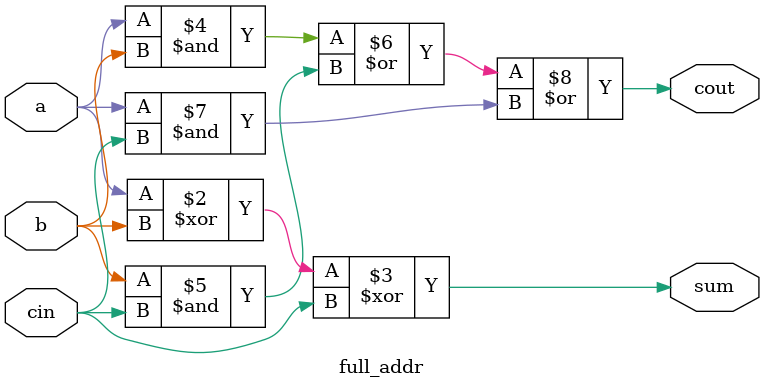
<source format=v>
module full_addr(a,b,cin,sum,cout);
input a,b,cin;
output reg sum,cout;
  
  always@(*)
    begin
      
      sum  = a ^ b ^ cin;
      cout = (a & b) | (b & cin) | (a & cin) ;
   
    end
endmodule


</source>
